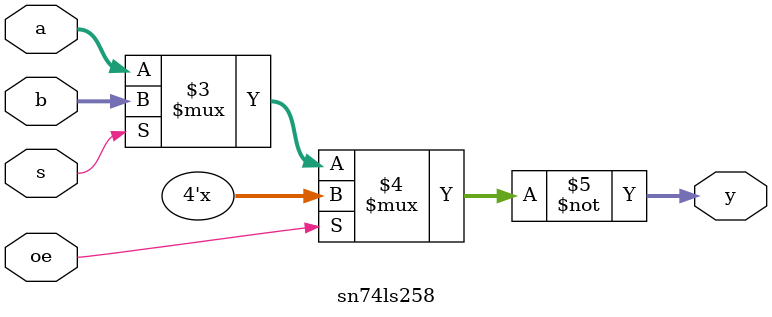
<source format=v>
module sn74ls258(y, a, b, s, oe);
input [3:0] a, b;
input s, oe;
output [3:0] y;
wire [1:0] so;

parameter
	// TI TTL data book Vol 1, 1985
	tPLH_min=0, tPLH_typ=30, tPLH_max=45, // worst case
	tPHL_min=0, tPHL_typ=21, tPHL_max=32,
	tZH_min=0,  tZH_typ=tPLH_typ-15,  tZH_max=tPLH_max-28, // worst case
	tZL_min=0,  tZL_typ=tPHL_typ-15,  tZL_max=tPHL_max-23;

	assign #(tPLH_min:tPLH_typ:tPLH_max, tPHL_min:tPHL_typ:tPHL_max)
		y = ~(oe==1'b1 ? 4'bzzzz : 
		      (s=='b0 ? a : b));

endmodule

</source>
